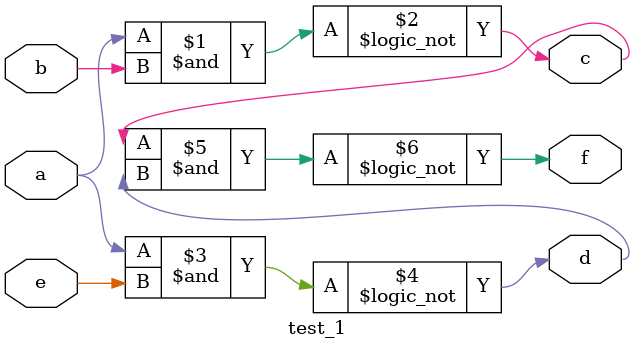
<source format=v>
module test_1 (
	input a, b, e,
	output c,
	output d,
	output f,
);


assign c = !(a & b);
assign d = !(a & e);
assign f = !(c & d);

endmodule

</source>
